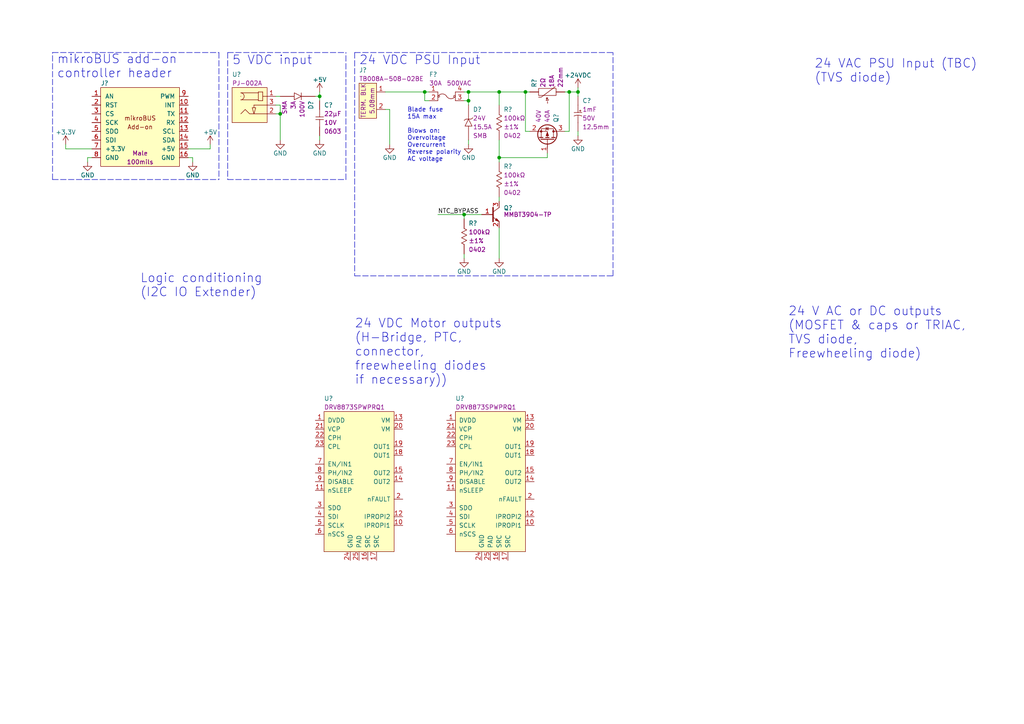
<source format=kicad_sch>
(kicad_sch (version 20211123) (generator eeschema)
  (paper "A4")
  (title_block (title "${title}") (date "${year}-${month}-${day}") (rev "${rev}") (company "${company}") (comment 1 "${author}"))
  (lib_symbols
    (symbol "connaxio-capacitors:CAP_AE_1MF_50V_TH_12.5MM" (pin_numbers hide) (pin_names (offset 1.016) hide)
      (property "Reference" "C" (at 1.27 3.81 0))
      (property "Property" "1mF" (at 1.27 1.27 0))
      (property "Package" "12.5mm" (at 1.27 -3.81 0))
      (property "Voltage" "50V" (at 1.27 -1.27 0))
      (symbol "CAP_AE_1MF_50V_TH_12.5MM_0_1"
        (polyline (pts (xy -1.143 0.381) (xy 1.143 0.381)))
        (polyline (pts (xy 0 -2.54) (xy 0 -0.381)))
        (polyline (pts (xy 0 2.54) (xy 0 0.381)))
        (polyline (pts (xy 0.381 0.889) (xy 0.889 0.889)))
        (polyline (pts (xy 0.635 0.635) (xy 0.635 1.143)))
        (arc (start 1.143 -0.635) (mid 0 -0.378) (end -1.143 -0.635))
      )
      (symbol "CAP_AE_1MF_50V_TH_12.5MM_1_0"
        (pin passive line (at 0 -5.08 90) (length 2.54) (name "2") (number "2"))
      )
      (symbol "CAP_AE_1MF_50V_TH_12.5MM_1_1"
        (pin passive line (at 0 5.08 270) (length 2.54) (name "1") (number "1"))
      )
    )
    (symbol "connaxio-capacitors:CAP_CER_22UF_10V_0603" (pin_numbers hide) (pin_names (offset 1.016) hide)
      (property "Reference" "C" (at 1.27 3.81 0))
      (property "Property" "22µF" (at 1.27 1.27 0))
      (property "Package" "0603" (at 1.27 -3.81 0))
      (property "Voltage" "10V" (at 1.27 -1.27 0))
      (symbol "CAP_CER_22UF_10V_0603_0_1"
        (polyline (pts (xy -1.143 0.381) (xy 1.143 0.381)))
        (polyline (pts (xy 0 -2.54) (xy 0 -0.381)))
        (polyline (pts (xy 0 2.54) (xy 0 0.381)))
        (polyline (pts (xy 1.143 -0.381) (xy -1.143 -0.381)))
      )
      (symbol "CAP_CER_22UF_10V_0603_1_0"
        (pin passive line (at 0 -5.08 90) (length 2.54) (name "2") (number "2"))
      )
      (symbol "CAP_CER_22UF_10V_0603_1_1"
        (pin passive line (at 0 5.08 270) (length 2.54) (name "1") (number "1"))
      )
    )
    (symbol "connaxio-connectors:CON_BARREL_2.1X5.5_PJ-002A" (pin_names (offset 1.016) hide)
      (property "Reference" "U" (at 0 3.81 0))
      (property "Manufacturer Part Number" "PJ-002A" (at 0 1.27 0))
      (symbol "CON_BARREL_2.1X5.5_PJ-002A_0_1"
        (polyline (pts (xy 6.35 -5.08) (xy 6.35 -5.842)))
        (polyline (pts (xy 7.62 -3.556) (xy 2.54 -3.556)))
        (polyline (pts (xy 7.62 -1.524) (xy 2.54 -1.524)))
        (polyline (pts (xy 7.62 -1.27) (xy 7.62 -3.81)))
        (polyline (pts (xy 7.62 -1.27) (xy 8.89 -1.27)))
        (polyline (pts (xy 8.89 -3.81) (xy 7.62 -3.81)))
        (polyline (pts (xy 8.89 -1.27) (xy 8.89 -3.81)))
        (polyline (pts (xy 10.16 -5.08) (xy 6.35 -5.08)))
        (polyline (pts (xy 10.16 -2.54) (xy 8.89 -2.54)))
        (polyline (pts (xy 5.842 -5.842) (xy 6.35 -7.62) (xy 6.858 -5.842) (xy 5.842 -5.842)))
        (polyline (pts (xy 10.16 -7.62) (xy 5.08 -7.62) (xy 3.81 -6.35) (xy 2.54 -7.62)))
        (rectangle (start 0 0) (end 10.16 -10.16) (fill (type background)))
        (arc (start 2.54 -3.556) (mid 3.6021 -2.54) (end 2.54 -1.524))
        (arc (start 2.54 -2.54) (mid 2.54 -2.54) (end 2.54 -2.54))
        (arc (start 2.54 -2.54) (mid 2.54 -2.54) (end 2.54 -2.54))
      )
      (symbol "CON_BARREL_2.1X5.5_PJ-002A_1_1"
        (pin power_out line (at 12.7 -2.54 180) (length 2.54) (name "1") (number "1"))
        (pin power_out line (at 12.7 -7.62 180) (length 2.54) (name "2") (number "2"))
        (pin power_out line (at 12.7 -5.08 180) (length 2.54) (name "3") (number "3"))
      )
    )
    (symbol "connaxio-connectors:CON_HDR_MIKROBUS_ADDON_TH" (pin_names (offset 1.27))
      (property "Reference" "J" (at 0 1.27 0))
      (property "Property" "100mils" (at 11.43 -21.59 0))
      (property "Note" "Male" (at 11.43 -19.05 0))
      (symbol "CON_HDR_MIKROBUS_ADDON_TH_0_0"
        (text "Add-on" (at 11.43 -11.43 0) (effects (font (size 1.27 1.27))))
        (text "mikroBUS" (at 11.43 -8.89 0) (effects (font (size 1.27 1.27))))
      )
      (symbol "CON_HDR_MIKROBUS_ADDON_TH_0_1"
        (rectangle (start 0 0) (end 22.86 -22.86) (fill (type background)))
      )
      (symbol "CON_HDR_MIKROBUS_ADDON_TH_1_1"
        (pin passive line (at -2.54 -2.54 0) (length 2.54) (name "AN") (number "1"))
        (pin passive line (at 25.4 -5.08 180) (length 2.54) (name "INT") (number "10"))
        (pin passive line (at 25.4 -7.62 180) (length 2.54) (name "TX") (number "11"))
        (pin passive line (at 25.4 -10.16 180) (length 2.54) (name "RX") (number "12"))
        (pin passive line (at 25.4 -12.7 180) (length 2.54) (name "SCL") (number "13"))
        (pin passive line (at 25.4 -15.24 180) (length 2.54) (name "SDA") (number "14"))
        (pin passive line (at 25.4 -17.78 180) (length 2.54) (name "+5V") (number "15"))
        (pin passive line (at 25.4 -20.32 180) (length 2.54) (name "GND") (number "16"))
        (pin passive line (at -2.54 -5.08 0) (length 2.54) (name "RST") (number "2"))
        (pin passive line (at -2.54 -7.62 0) (length 2.54) (name "CS") (number "3"))
        (pin passive line (at -2.54 -10.16 0) (length 2.54) (name "SCK") (number "4"))
        (pin passive line (at -2.54 -12.7 0) (length 2.54) (name "SDO") (number "5"))
        (pin passive line (at -2.54 -15.24 0) (length 2.54) (name "SDI") (number "6"))
        (pin passive line (at -2.54 -17.78 0) (length 2.54) (name "+3.3V") (number "7"))
        (pin passive line (at -2.54 -20.32 0) (length 2.54) (name "GND") (number "8"))
        (pin passive line (at 25.4 -2.54 180) (length 2.54) (name "PWM") (number "9"))
      )
    )
    (symbol "connaxio-connectors:CON_TERM_BLK_1X2_TB008A-508-02BE" (pin_names (offset 1.27) hide)
      (property "Reference" "J" (at 0 3.81 0))
      (property "Manufacturer Part Number" "TB008A-508-02BE" (at 0 1.27 0))
      (property "Note" "TERM. BLK" (at 1.27 -5.08 90))
      (property "Property" "5.08mm" (at 3.81 -5.08 90))
      (symbol "CON_TERM_BLK_1X2_TB008A-508-02BE_0_1"
        (rectangle (start 0 0) (end 5.08 -10.16) (fill (type background)))
      )
      (symbol "CON_TERM_BLK_1X2_TB008A-508-02BE_1_1"
        (pin passive line (at 7.62 -2.54 180) (length 2.54) (name "1") (number "1"))
        (pin passive line (at 7.62 -7.62 180) (length 2.54) (name "2") (number "2"))
      )
    )
    (symbol "connaxio-connectors:FUS_BLADE_3522" (pin_names (offset 1.27) hide)
      (property "Reference" "F" (at -5.08 6.35 0))
      (property "Current" "30A" (at -5.08 3.81 0))
      (property "Voltage" "500VAC" (at 0 3.81 0))
      (symbol "FUS_BLADE_3522_0_1"
        (circle (center -2.286 0) (radius 0.254))
        (arc (start 0 0) (mid -1.0805 0.6891) (end -2.286 0.254))
        (polyline (pts (xy -2.54 1.27) (xy -2.54 -1.27)))
        (polyline (pts (xy 2.54 1.27) (xy 2.54 -1.27)))
        (arc (start 0 0) (mid 1.0803 -0.6915) (end 2.286 -0.254))
        (circle (center 2.286 0) (radius 0.254))
      )
      (symbol "FUS_BLADE_3522_1_1"
        (pin passive line (at -5.08 1.27 0) (length 2.54) (name "1") (number "1"))
        (pin passive line (at -5.08 -1.27 0) (length 2.54) (name "2") (number "2"))
        (pin passive line (at 5.08 -1.27 180) (length 2.54) (name "3") (number "3"))
        (pin passive line (at 5.08 1.27 180) (length 2.54) (name "4") (number "4"))
      )
    )
    (symbol "connaxio-diodes:DIO_SBD_100V_3A_SMA" (pin_numbers hide) (pin_names (offset 1.016) hide)
      (property "Reference" "D" (at 1.27 3.81 0))
      (property "Current" "3A" (at 1.27 -1.27 0))
      (property "Package" "SMA" (at 1.27 -3.81 0))
      (property "Voltage" "100V" (at 1.27 1.27 0))
      (symbol "DIO_SBD_100V_3A_SMA_0_1"
        (polyline (pts (xy 1.016 1.016) (xy -1.016 1.016)))
        (polyline (pts (xy 0 1.016) (xy -1.016 -1.016) (xy 1.016 -1.016) (xy 0 1.016)))
      )
      (symbol "DIO_SBD_100V_3A_SMA_1_1"
        (pin passive line (at 0 5.08 270) (length 4.064) (name "K") (number "1"))
        (pin passive line (at 0 -5.08 90) (length 4.064) (name "A") (number "2"))
      )
    )
    (symbol "connaxio-diodes:DIO_TVS_24V_UNI_SMB" (pin_numbers hide) (pin_names (offset 1.016) hide)
      (property "Reference" "D" (at 1.27 3.81 0))
      (property "Current" "15.5A" (at 1.27 -1.27 0))
      (property "Package" "SMB" (at 1.27 -3.81 0))
      (property "Voltage" "24V" (at 1.27 1.27 0))
      (symbol "DIO_TVS_24V_UNI_SMB_0_1"
        (polyline (pts (xy 0 1.016) (xy -1.016 -1.016) (xy 1.016 -1.016) (xy 0 1.016)))
        (polyline (pts (xy 1.27 1.397) (xy 0.762 1.016) (xy -0.762 1.016) (xy -1.27 0.635)))
      )
      (symbol "DIO_TVS_24V_UNI_SMB_1_1"
        (pin passive line (at 0 5.08 270) (length 4.064) (name "K") (number "1"))
        (pin passive line (at 0 -5.08 90) (length 4.064) (name "A") (number "2"))
      )
    )
    (symbol "connaxio-ic:DRV_DRV8873SPWPRQ1" (pin_names (offset 1.016))
      (property "Reference" "U" (at 0 3.81 0))
      (property "Manufacturer Part Number" "DRV8873SPWPRQ1" (at 0 1.27 0))
      (symbol "DRV_DRV8873SPWPRQ1_0_1"
        (rectangle (start 0 0) (end 20.32 -40.64) (fill (type background)))
      )
      (symbol "DRV_DRV8873SPWPRQ1_1_1"
        (pin power_out line (at -2.54 -2.54 0) (length 2.54) (name "DVDD") (number "1"))
        (pin output line (at 22.86 -33.02 180) (length 2.54) (name "IPROPI1") (number "10"))
        (pin input line (at -2.54 -22.86 0) (length 2.54) (name "nSLEEP") (number "11"))
        (pin output line (at 22.86 -30.48 180) (length 2.54) (name "IPROPI2") (number "12"))
        (pin power_in line (at 22.86 -2.54 180) (length 2.54) (name "VM") (number "13"))
        (pin power_out line (at 22.86 -20.32 180) (length 2.54) (name "OUT2") (number "14"))
        (pin power_out line (at 22.86 -17.78 180) (length 2.54) (name "OUT2") (number "15"))
        (pin power_in line (at 12.7 -43.18 90) (length 2.54) (name "SRC") (number "16"))
        (pin power_in line (at 15.24 -43.18 90) (length 2.54) (name "SRC") (number "17"))
        (pin power_out line (at 22.86 -12.7 180) (length 2.54) (name "OUT1") (number "18"))
        (pin power_out line (at 22.86 -10.16 180) (length 2.54) (name "OUT1") (number "19"))
        (pin open_collector line (at 22.86 -25.4 180) (length 2.54) (name "nFAULT") (number "2"))
        (pin power_in line (at 22.86 -5.08 180) (length 2.54) (name "VM") (number "20"))
        (pin power_out line (at -2.54 -5.08 0) (length 2.54) (name "VCP") (number "21"))
        (pin power_out line (at -2.54 -7.62 0) (length 2.54) (name "CPH") (number "22"))
        (pin power_out line (at -2.54 -10.16 0) (length 2.54) (name "CPL") (number "23"))
        (pin power_in line (at 7.62 -43.18 90) (length 2.54) (name "GND") (number "24"))
        (pin power_in line (at 10.16 -43.18 90) (length 2.54) (name "PAD") (number "25"))
        (pin output line (at -2.54 -27.94 0) (length 2.54) (name "SDO") (number "3"))
        (pin input line (at -2.54 -30.48 0) (length 2.54) (name "SDI") (number "4"))
        (pin input line (at -2.54 -33.02 0) (length 2.54) (name "SCLK") (number "5"))
        (pin input line (at -2.54 -35.56 0) (length 2.54) (name "nSCS") (number "6"))
        (pin input line (at -2.54 -15.24 0) (length 2.54) (name "EN/IN1") (number "7"))
        (pin input line (at -2.54 -17.78 0) (length 2.54) (name "PH/IN2") (number "8"))
        (pin input line (at -2.54 -20.32 0) (length 2.54) (name "DISABLE") (number "9"))
      )
    )
    (symbol "connaxio-power:+24VDC" (power) (pin_names (offset 0))
      (property "Value" "+24VDC" (at 0 3.556 0))
      (symbol "+24VDC_0_1"
        (polyline (pts (xy -0.762 1.27) (xy 0 2.54)))
        (polyline (pts (xy 0 0) (xy 0 2.54)))
        (polyline (pts (xy 0 2.54) (xy 0.762 1.27)))
      )
      (symbol "+24VDC_1_1"
        (pin power_in line (at 0 0 90) (length 0) hide (name "+24VDC") (number "1"))
      )
    )
    (symbol "connaxio-resistors:NTC_SL22 2R018" (pin_numbers hide) (pin_names (offset 1.27) hide)
      (property "Reference" "R" (at 1.27 3.81 0))
      (property "Package" "22mm" (at 1.27 -3.81 0))
      (property "Property" "2Ω" (at 1.27 1.27 0))
      (property "Current" "18A" (at 1.27 -1.27 0))
      (symbol "NTC_SL22 2R018_0_0"
        (text "-t^{o}" (at -2.54 0 0) (effects (font (size 0.762 0.762))))
      )
      (symbol "NTC_SL22 2R018_0_1"
        (rectangle (start -1.016 2.54) (end 1.016 -2.54))
        (polyline (pts (xy 0 3.302) (xy 0 3.302)))
        (polyline (pts (xy 1.524 -2.286) (xy -1.524 1.778) (xy -1.524 2.54)))
      )
      (symbol "NTC_SL22 2R018_1_1"
        (pin passive line (at 0 5.08 270) (length 2.54) (name "1") (number "1"))
        (pin passive line (at 0 -5.08 90) (length 2.54) (name "2") (number "2"))
      )
    )
    (symbol "connaxio-resistors:RES_100KΩ_1%_0402" (pin_numbers hide) (pin_names (offset 1.27) hide)
      (property "Reference" "R" (at 1.27 3.81 0))
      (property "Package" "0402" (at 1.27 -3.81 0))
      (property "Property" "100kΩ" (at 1.27 1.27 0))
      (property "Tolerance" "±1%" (at 1.27 -1.27 0))
      (symbol "RES_100KΩ_1%_0402_0_1"
        (polyline (pts (xy 0 3.302) (xy 0 3.302)))
        (polyline (pts (xy 0 2.286) (xy 0.762 1.905) (xy -0.762 1.143) (xy 0.762 0.381) (xy -0.762 -0.381) (xy 0.762 -1.143) (xy -0.762 -1.905) (xy 0 -2.286)))
      )
      (symbol "RES_100KΩ_1%_0402_1_1"
        (pin passive line (at 0 5.08 270) (length 2.794) (name "1") (number "1"))
        (pin passive line (at 0 -5.08 90) (length 2.794) (name "2") (number "2"))
      )
    )
    (symbol "connaxio-transistors:TRX_NPN_MMBT3904-TP" (pin_names (offset 1.016) hide)
      (property "Reference" "Q" (at 2.54 1.905 0))
      (property "Manufacturer Part Number" "MMBT3904-TP" (at 2.54 0 0))
      (symbol "TRX_NPN_MMBT3904-TP_1_1"
        (polyline (pts (xy -0.508 2.032) (xy -0.508 -2.032)) (stroke (width 0.381)))
        (polyline (pts (xy 1.27 -2.032) (xy -0.508 -0.762)))
        (polyline (pts (xy 1.27 2.032) (xy -0.508 0.762)))
        (polyline (pts (xy 1.27 -2.032) (xy 0.508 -1.143) (xy 0.127 -1.651) (xy 1.27 -2.032)) (fill (type outline)))
        (pin input line (at -3.81 0 0) (length 3.302) (name "B") (number "1"))
        (pin input line (at 1.27 -3.81 90) (length 1.778) (name "E") (number "2"))
        (pin input line (at 1.27 3.81 270) (length 1.778) (name "C") (number "3"))
      )
    )
    (symbol "connaxio-transistors:TRX_PMOS_AOD4189" (pin_names (offset 1.016) hide)
      (property "Reference" "Q" (at 5.08 2.54 0))
      (property "Current" "40A" (at 5.08 0 0))
      (property "Voltage" "40V" (at 5.08 -2.54 0))
      (symbol "TRX_PMOS_AOD4189_1_1"
        (polyline (pts (xy 0.254 0) (xy -2.54 0)))
        (polyline (pts (xy 0.254 1.905) (xy 0.254 -1.905)) (stroke (width 0.254)))
        (polyline (pts (xy 0.762 -1.27) (xy 0.762 -2.286)) (stroke (width 0.254)))
        (polyline (pts (xy 0.762 0.508) (xy 0.762 -0.508)) (stroke (width 0.254)))
        (polyline (pts (xy 0.762 2.286) (xy 0.762 1.27)) (stroke (width 0.254)))
        (polyline (pts (xy 2.54 2.54) (xy 2.54 1.778)))
        (polyline (pts (xy 2.54 -2.54) (xy 2.54 0) (xy 0.762 0)))
        (polyline (pts (xy 0.762 1.778) (xy 3.302 1.778) (xy 3.302 -1.778) (xy 0.762 -1.778)))
        (polyline (pts (xy 2.286 0) (xy 1.27 0.381) (xy 1.27 -0.381) (xy 2.286 0)) (fill (type outline)))
        (polyline (pts (xy 2.794 -0.508) (xy 2.921 -0.381) (xy 3.683 -0.381) (xy 3.81 -0.254)))
        (polyline (pts (xy 3.302 -0.381) (xy 2.921 0.254) (xy 3.683 0.254) (xy 3.302 -0.381)))
        (circle (center 1.651 0) (radius 2.794) (stroke (width 0.254)))
        (circle (center 2.54 -1.778) (radius 0.254) (fill (type outline)))
        (circle (center 2.54 1.778) (radius 0.254) (fill (type outline)))
        (pin input line (at -3.81 0 0) (length 2.54) (name "G") (number "1"))
        (pin passive line (at 2.54 -5.08 90) (length 2.54) (name "S") (number "2"))
        (pin passive line (at 2.54 5.08 270) (length 2.54) (name "D") (number "3"))
      )
    )
    (symbol "power:+3.3V" (power) (pin_names (offset 0))
      (property "Value" "+3.3V" (at 0 3.556 0))
      (symbol "+3.3V_0_1"
        (polyline (pts (xy -0.762 1.27) (xy 0 2.54)))
        (polyline (pts (xy 0 0) (xy 0 2.54)))
        (polyline (pts (xy 0 2.54) (xy 0.762 1.27)))
      )
      (symbol "+3.3V_1_1"
        (pin power_in line (at 0 0 90) (length 0) hide (name "+3.3V") (number "1"))
      )
    )
    (symbol "power:+5V" (power) (pin_names (offset 0))
      (property "Value" "+5V" (at 0 3.556 0))
      (symbol "+5V_0_1"
        (polyline (pts (xy -0.762 1.27) (xy 0 2.54)))
        (polyline (pts (xy 0 0) (xy 0 2.54)))
        (polyline (pts (xy 0 2.54) (xy 0.762 1.27)))
      )
      (symbol "+5V_1_1"
        (pin power_in line (at 0 0 90) (length 0) hide (name "+5V") (number "1"))
      )
    )
    (symbol "power:GND" (power) (pin_names (offset 0))
      (property "Value" "GND" (at 0 -3.81 0))
      (symbol "GND_0_1"
        (polyline (pts (xy 0 0) (xy 0 -1.27) (xy 1.27 -1.27) (xy 0 -2.54) (xy -1.27 -1.27) (xy 0 -1.27)))
      )
      (symbol "GND_1_1"
        (pin power_in line (at 0 0 270) (length 0) hide (name "GND") (number "1"))
      )
    )
  )
  (junction (at 123.19 26.67))
  (junction (at 152.4 26.67))
  (junction (at 135.89 26.67))
  (junction (at 135.89 29.21))
  (junction (at 81.28 33.02))
  (junction (at 167.64 26.67))
  (junction (at 165.1 26.67))
  (junction (at 134.62 62.23))
  (junction (at 144.78 26.67))
  (junction (at 92.71 27.94))
  (junction (at 144.78 45.72))
  (wire (pts (xy 111.76 31.75) (xy 113.03 31.75)))
  (polyline (pts (xy 102.87 15.24) (xy 177.8 15.24)))
  (wire (pts (xy 81.28 30.48) (xy 81.28 33.02)))
  (wire (pts (xy 123.19 26.67) (xy 124.46 26.67)))
  (wire (pts (xy 163.83 26.67) (xy 165.1 26.67)))
  (wire (pts (xy 153.67 38.1) (xy 152.4 38.1)))
  (wire (pts (xy 144.78 26.67) (xy 144.78 30.48)))
  (wire (pts (xy 19.05 43.18) (xy 19.05 41.91)))
  (wire (pts (xy 54.61 45.72) (xy 55.88 45.72)))
  (wire (pts (xy 80.01 33.02) (xy 81.28 33.02)))
  (wire (pts (xy 165.1 26.67) (xy 167.64 26.67)))
  (wire (pts (xy 167.64 25.4) (xy 167.64 26.67)))
  (wire (pts (xy 135.89 40.64) (xy 135.89 41.91)))
  (polyline (pts (xy 15.24 52.07) (xy 15.24 15.24)))
  (wire (pts (xy 113.03 31.75) (xy 113.03 41.91)))
  (wire (pts (xy 92.71 27.94) (xy 92.71 29.21)))
  (wire (pts (xy 124.46 29.21) (xy 123.19 29.21)))
  (polyline (pts (xy 100.33 52.07) (xy 100.33 15.24)))
  (wire (pts (xy 158.75 45.72) (xy 144.78 45.72)))
  (wire (pts (xy 134.62 62.23) (xy 134.62 63.5)))
  (polyline (pts (xy 15.24 15.24) (xy 63.5 15.24)))
  (polyline (pts (xy 102.87 80.01) (xy 177.8 80.01)))
  (wire (pts (xy 163.83 38.1) (xy 165.1 38.1)))
  (wire (pts (xy 134.62 26.67) (xy 135.89 26.67)))
  (wire (pts (xy 26.67 43.18) (xy 19.05 43.18)))
  (wire (pts (xy 144.78 26.67) (xy 152.4 26.67)))
  (polyline (pts (xy 102.87 15.24) (xy 102.87 80.01)))
  (polyline (pts (xy 66.04 52.07) (xy 100.33 52.07)))
  (wire (pts (xy 92.71 39.37) (xy 92.71 40.64)))
  (wire (pts (xy 80.01 27.94) (xy 81.28 27.94)))
  (wire (pts (xy 55.88 45.72) (xy 55.88 46.99)))
  (wire (pts (xy 167.64 27.94) (xy 167.64 26.67)))
  (wire (pts (xy 167.64 38.1) (xy 167.64 39.37)))
  (wire (pts (xy 134.62 73.66) (xy 134.62 74.93)))
  (polyline (pts (xy 66.04 15.24) (xy 100.33 15.24)))
  (wire (pts (xy 135.89 29.21) (xy 135.89 30.48)))
  (wire (pts (xy 144.78 66.04) (xy 144.78 74.93)))
  (wire (pts (xy 123.19 29.21) (xy 123.19 26.67)))
  (wire (pts (xy 92.71 26.67) (xy 92.71 27.94)))
  (wire (pts (xy 165.1 26.67) (xy 165.1 38.1)))
  (wire (pts (xy 152.4 26.67) (xy 153.67 26.67)))
  (wire (pts (xy 111.76 26.67) (xy 123.19 26.67)))
  (wire (pts (xy 135.89 26.67) (xy 135.89 29.21)))
  (wire (pts (xy 144.78 45.72) (xy 144.78 46.99)))
  (wire (pts (xy 80.01 30.48) (xy 81.28 30.48)))
  (wire (pts (xy 152.4 26.67) (xy 152.4 38.1)))
  (polyline (pts (xy 63.5 15.24) (xy 63.5 52.07)))
  (wire (pts (xy 144.78 45.72) (xy 144.78 40.64)))
  (polyline (pts (xy 66.04 15.24) (xy 66.04 52.07)))
  (wire (pts (xy 81.28 33.02) (xy 81.28 40.64)))
  (polyline (pts (xy 15.24 52.07) (xy 63.5 52.07)))
  (polyline (pts (xy 177.8 80.01) (xy 177.8 15.24)))
  (wire (pts (xy 25.4 46.99) (xy 25.4 45.72)))
  (wire (pts (xy 54.61 43.18) (xy 60.96 43.18)))
  (wire (pts (xy 158.75 44.45) (xy 158.75 45.72)))
  (wire (pts (xy 25.4 45.72) (xy 26.67 45.72)))
  (wire (pts (xy 134.62 62.23) (xy 139.7 62.23)))
  (wire (pts (xy 134.62 29.21) (xy 135.89 29.21)))
  (wire (pts (xy 91.44 27.94) (xy 92.71 27.94)))
  (wire (pts (xy 135.89 26.67) (xy 144.78 26.67)))
  (wire (pts (xy 144.78 57.15) (xy 144.78 58.42)))
  (wire (pts (xy 127 62.23) (xy 134.62 62.23)))
  (wire (pts (xy 60.96 41.91) (xy 60.96 43.18)))
  (text "24 VAC PSU Input (TBC)\n(TVS diode)" (at 236.22 24.13 0) (effects (font (size 2.54 2.54)) (justify left bottom)))
  (text "24 VDC PSU Input" (at 104.14 19.05 0) (effects (font (size 2.54 2.54)) (justify left bottom)))
  (text "Blade fuse\n15A max\n\nBlows on:\nOvervoltage\nOvercurrent\nReverse polarity\nAC voltage" (at 118.11 46.99 0) (effects (font (size 1.27 1.27)) (justify left bottom)))
  (text "5 VDC input" (at 67.31 19.05 0) (effects (font (size 2.54 2.54)) (justify left bottom)))
  (text "Logic conditioning\n(I2C IO Extender)" (at 40.64 86.36 0) (effects (font (size 2.54 2.54)) (justify left bottom)))
  (text "mikroBUS add-on\ncontroller header" (at 16.51 22.86 0) (effects (font (size 2.54 2.54)) (justify left bottom)))
  (text "24 VDC Motor outputs\n(H-Bridge, PTC, \nconnector, \nfreewheeling diodes \nif necessary))" (at 102.87 111.76 0) (effects (font (size 2.54 2.54)) (justify left bottom)))
  (text "24 V AC or DC outputs\n(MOSFET & caps or TRIAC, \nTVS diode, \nFreewheeling diode)" (at 228.6 104.14 0) (effects (font (size 2.54 2.54)) (justify left bottom)))
  (label "NTC_BYPASS" (at 127 62.23 0))
  (symbol (lib_id "connaxio-resistors:RES_100KΩ_1%_0402") (at 134.62 68.58 0) (unit 1)
    (property "Reference" "R?" (at 135.89 64.77 0) (effects (justify left)))
    (property "Value" "RES_100KΩ_1%_0402" (effects hide))
    (property "Footprint" "connaxio-resistors:RES_0402_1005M" (effects hide))
    (property "Datasheet" "https://www.seielect.com/catalog/sei-rmcf_rmcp.pdf" (effects hide))
    (property "Manufacturer" "Stackpole Electronics Inc" (effects hide))
    (property "Manufacturer Part Number" "RMCF0402FT100K" (effects hide))
    (property "Package" "0402" (at 135.89 72.39 0) (effects (justify left)))
    (property "Polarized" "No" (effects hide))
    (property "Power" "1/16W" (effects hide))
    (property "Property" "100kΩ" (at 135.89 67.31 0) (effects (justify left)))
    (property "Temperature" "-55°C to +155°C" (effects hide))
    (property "Tolerance" "±1%" (at 135.89 69.85 0) (effects (justify left)))
    (property "Voltage" "50V" (effects hide))
  )
  (symbol (lib_id "connaxio-resistors:NTC_SL22 2R018") (at 158.75 26.67 90) (unit 1)
    (property "Reference" "R?" (at 154.94 25.4 0) (effects (justify left)))
    (property "Value" "NTC_SL22 2R018" (effects hide))
    (property "Footprint" "connaxio-resistors:RV_DISC_D22_W6_P7.8" (effects hide))
    (property "Datasheet" "https://www.ametherm.com/datasheetspdf/SL222R018.pdf" (effects hide))
    (property "Manufacturer" "Stackpole Electronics Inc" (effects hide))
    (property "Manufacturer Part Number" "SL22 2R018" (effects hide))
    (property "Package" "22mm" (at 162.56 25.4 0) (effects (justify left)))
    (property "Polarized" "No" (effects hide))
    (property "Power" "1/16W" (effects hide))
    (property "Property" "2Ω" (at 157.48 25.4 0) (effects (justify left)))
    (property "Temperature" "-55°C to +214°C" (effects hide))
    (property "Tolerance" "20%" (effects hide))
    (property "Voltage" "50V" (effects hide))
    (property "Current" "18A" (at 160.02 25.4 0) (effects (justify left)))
  )
  (symbol (lib_id "power:GND") (at 135.89 41.91 0) (unit 1)
    (property "Reference" "#PWR?" (effects hide))
    (property "Value" "GND" (at 135.89 45.72 0))
  )
  (symbol (lib_id "connaxio-resistors:RES_100KΩ_1%_0402") (at 144.78 52.07 0) (unit 1)
    (property "Reference" "R?" (at 146.05 48.26 0) (effects (justify left)))
    (property "Value" "RES_100KΩ_1%_0402" (effects hide))
    (property "Footprint" "connaxio-resistors:RES_0402_1005M" (effects hide))
    (property "Datasheet" "https://www.seielect.com/catalog/sei-rmcf_rmcp.pdf" (effects hide))
    (property "Manufacturer" "Stackpole Electronics Inc" (effects hide))
    (property "Manufacturer Part Number" "RMCF0402FT100K" (effects hide))
    (property "Package" "0402" (at 146.05 55.88 0) (effects (justify left)))
    (property "Polarized" "No" (effects hide))
    (property "Power" "1/16W" (effects hide))
    (property "Property" "100kΩ" (at 146.05 50.8 0) (effects (justify left)))
    (property "Temperature" "-55°C to +155°C" (effects hide))
    (property "Tolerance" "±1%" (at 146.05 53.34 0) (effects (justify left)))
    (property "Voltage" "50V" (effects hide))
  )
  (symbol (lib_id "power:GND") (at 167.64 39.37 0) (unit 1)
    (property "Reference" "#PWR?" (effects hide))
    (property "Value" "GND" (at 167.64 43.18 0))
  )
  (symbol (lib_id "connaxio-transistors:TRX_NPN_MMBT3904-TP") (at 143.51 62.23 0) (unit 1)
    (property "Reference" "Q?" (at 146.05 60.325 0) (effects (justify left)))
    (property "Value" "TRX_NPN_MMBT3904-TP" (effects hide))
    (property "Footprint" "connaxio-sop:SOT-23-3" (effects hide))
    (property "Datasheet" "https://www.mccsemi.com/pdf/Products/MMBT3904(SOT-23).pdf" (effects hide))
    (property "Current" "200mA" (effects hide))
    (property "Manufacturer" "Micro Commercial Co" (effects hide))
    (property "Manufacturer Part Number" "MMBT3904-TP" (at 146.05 62.23 0) (effects (justify left)))
    (property "Package" "SOT-23-3" (effects hide))
    (property "Polarized" "No" (effects hide))
    (property "Temperature" "-55°C to +150°C" (effects hide))
    (property "Voltage" "40V" (effects hide))
    (property "Property" "NPN" (effects hide))
  )
  (symbol (lib_id "power:GND") (at 144.78 74.93 0) (unit 1)
    (property "Reference" "#PWR?" (effects hide))
    (property "Value" "GND" (at 144.78 78.74 0))
  )
  (symbol (lib_id "connaxio-ic:DRV_DRV8873SPWPRQ1") (at 132.08 119.38 0) (unit 1)
    (property "Reference" "U?" (at 132.08 115.57 0) (effects (justify left)))
    (property "Value" "DRV_DRV8873SPWPRQ1" (effects hide))
    (property "Footprint" "connaxio-sop:TSSOP-24_4.4x7.8_P0.65_EP3.2x5.26" (effects hide))
    (property "Datasheet" "https://www.ti.com/lit/ds/symlink/drv8873-q1.pdf?HQS=dis-dk-null-digikeymode-dsf-pf-null-wwe&ts=1674166267327&ref_url=https%253A%252F%252Fwww.ti.com%252Fgeneral%252Fdocs%252Fsuppproductinfo.tsp%253FdistId%253D10%2526gotoUrl%253Dhttps%253A%252F%252Fwww.ti.com%252Flit%252Fgpn%252Fdrv8873-q1" (effects hide))
    (property "Current" "10A" (effects hide))
    (property "Manufacturer" "Texas Instruments" (effects hide))
    (property "Manufacturer Part Number" "DRV8873SPWPRQ1" (at 132.08 118.11 0) (effects (justify left)))
    (property "Package" "24-TSSOP-EP" (effects hide))
    (property "Polarized" "Yes" (effects hide))
    (property "RoHS" "Yes" (effects hide))
    (property "Temperature" "-40°C to +125°C" (effects hide))
    (property "Voltage" "38V" (effects hide))
  )
  (symbol (lib_id "power:+3.3V") (at 19.05 41.91 0) (unit 1)
    (property "Reference" "#PWR?" (effects hide))
    (property "Value" "+3.3V" (at 19.05 38.354 0))
  )
  (symbol (lib_id "power:+5V") (at 60.96 41.91 0) (unit 1)
    (property "Reference" "#PWR?" (effects hide))
    (property "Value" "+5V" (at 60.96 38.354 0))
  )
  (symbol (lib_id "power:GND") (at 113.03 41.91 0) (unit 1)
    (property "Reference" "#PWR?" (effects hide))
    (property "Value" "GND" (at 113.03 45.72 0))
  )
  (symbol (lib_id "power:GND") (at 92.71 40.64 0) (unit 1)
    (property "Reference" "#PWR?" (effects hide))
    (property "Value" "GND" (at 92.71 44.45 0))
  )
  (symbol (lib_id "connaxio-connectors:CON_BARREL_2.1X5.5_PJ-002A") (at 67.31 25.4 0) (unit 1)
    (property "Reference" "U?" (at 67.31 21.59 0) (effects (justify left)))
    (property "Value" "CON_BARREL_2.1X5.5_PJ-002A" (effects hide))
    (property "Footprint" "connaxio-connectors:CON_BARREL_2.1X5.5_PJ-002A" (effects hide))
    (property "Datasheet" "https://www.cuidevices.com/product/resource/pj-002a.pdf" (effects hide))
    (property "Current" "2.5A" (effects hide))
    (property "Manufacturer" "CUI Devices" (effects hide))
    (property "Manufacturer Part Number" "PJ-002A" (at 67.31 24.13 0) (effects (justify left)))
    (property "Polarized" "Yes" (effects hide))
    (property "RoHS" "Yes" (effects hide))
    (property "Temperature" "-25°C ~ 85°C" (effects hide))
    (property "Voltage" "24V" (effects hide))
  )
  (symbol (lib_id "power:GND") (at 81.28 40.64 0) (unit 1)
    (property "Reference" "#PWR?" (effects hide))
    (property "Value" "GND" (at 81.28 44.45 0))
  )
  (symbol (lib_id "connaxio-resistors:RES_100KΩ_1%_0402") (at 144.78 35.56 0) (unit 1)
    (property "Reference" "R?" (at 146.05 31.75 0) (effects (justify left)))
    (property "Value" "RES_100KΩ_1%_0402" (effects hide))
    (property "Footprint" "connaxio-resistors:RES_0402_1005M" (effects hide))
    (property "Datasheet" "https://www.seielect.com/catalog/sei-rmcf_rmcp.pdf" (effects hide))
    (property "Manufacturer" "Stackpole Electronics Inc" (effects hide))
    (property "Manufacturer Part Number" "RMCF0402FT100K" (effects hide))
    (property "Package" "0402" (at 146.05 39.37 0) (effects (justify left)))
    (property "Polarized" "No" (effects hide))
    (property "Power" "1/16W" (effects hide))
    (property "Property" "100kΩ" (at 146.05 34.29 0) (effects (justify left)))
    (property "Temperature" "-55°C to +155°C" (effects hide))
    (property "Tolerance" "±1%" (at 146.05 36.83 0) (effects (justify left)))
    (property "Voltage" "50V" (effects hide))
  )
  (symbol (lib_id "connaxio-connectors:CON_HDR_MIKROBUS_ADDON_TH") (at 29.21 25.4 0) (unit 1)
    (property "Reference" "J?" (at 29.21 24.13 0) (effects (justify left)))
    (property "Value" "CON_HDR_MIKROBUS_ADDON_TH" (effects hide))
    (property "Footprint" "connaxio-connectors:CON_HDR_MIKROBUS_ADDON_TH" (effects hide))
    (property "Current" "3A" (effects hide))
    (property "Polarized" "No" (effects hide))
    (property "Temperature" "-40°C to +105°C" (effects hide))
    (property "Property" "100mils" (at 40.64 46.99 0))
    (property "Voltage" "350V" (effects hide))
    (property "Note" "Male" (at 40.64 44.45 0))
    (property "Package" "TH" (effects hide))
  )
  (symbol (lib_id "power:GND") (at 25.4 46.99 0) (unit 1)
    (property "Reference" "#PWR?" (effects hide))
    (property "Value" "GND" (at 25.4 50.8 0))
  )
  (symbol (lib_id "connaxio-power:+24VDC") (at 167.64 25.4 0) (unit 1)
    (property "Reference" "#PWR?" (effects hide))
    (property "Value" "+24VDC" (at 167.64 21.844 0))
  )
  (symbol (lib_id "connaxio-capacitors:CAP_AE_1MF_50V_TH_12.5MM") (at 167.64 33.02 0) (unit 1)
    (property "Reference" "C?" (at 168.91 29.21 0) (effects (justify left)))
    (property "Value" "CAP_AE_1MF_50V_TH_12.5MM" (effects hide))
    (property "Footprint" "connaxio-capacitors:CAPAE_RAD_D12.5_H26.5_P5" (effects hide))
    (property "Datasheet" "https://www.rubycon.co.jp/wp-content/uploads/catalog-aluminum/PK.pdf" (effects hide))
    (property "Property" "1mF" (at 168.91 31.75 0) (effects (justify left)))
    (property "Current" "1.3A at 120Hz" (effects hide))
    (property "Manufacturer" "Rubycon" (effects hide))
    (property "Manufacturer Part Number" "50PK1000MEFCCC12.5X25" (effects hide))
    (property "Package" "12.5mm" (at 168.91 36.83 0) (effects (justify left)))
    (property "Polarized" "Yes" (effects hide))
    (property "Temperature" "-40°C to +85°C" (effects hide))
    (property "Tolerance" "±20%" (effects hide))
    (property "Voltage" "50V" (at 168.91 34.29 0) (effects (justify left)))
  )
  (symbol (lib_id "connaxio-connectors:FUS_BLADE_3522") (at 129.54 27.94 0) (unit 1)
    (property "Reference" "F?" (at 124.46 21.59 0) (effects (justify left)))
    (property "Value" "FUS_BLADE_3522" (effects hide))
    (property "Footprint" "connaxio-connectors:FUS_BLADE_3522" (effects hide))
    (property "Datasheet" "https://www.keyelco.com/userAssets/file/M65p41.pdf" (effects hide))
    (property "Current" "30A" (at 124.46 24.13 0) (effects (justify left)))
    (property "Polarized" "No" (effects hide))
    (property "Voltage" "500VAC" (at 129.54 24.13 0) (effects (justify left)))
    (property "Note" "Female" (effects hide))
    (property "Package" "TH" (effects hide))
  )
  (symbol (lib_id "connaxio-diodes:DIO_SBD_100V_3A_SMA") (at 86.36 27.94 270) (unit 1)
    (property "Reference" "D?" (at 90.17 29.21 0) (effects (justify left)))
    (property "Value" "DIO_SBD_100V_3A_SMA" (effects hide))
    (property "Footprint" "connaxio-diodes:DO-214AC_SMA" (effects hide))
    (property "Datasheet" "https://www.mccsemi.com/pdf/Products/SL34A-SL310A(DO-214AC).pdf" (effects hide))
    (property "Current" "3A" (at 85.09 29.21 0) (effects (justify left)))
    (property "Manufacturer" "Micro Commercial Co" (effects hide))
    (property "Manufacturer Part Number" "SL310A-TP" (effects hide))
    (property "Package" "SMA" (at 82.55 29.21 0) (effects (justify left)))
    (property "Temperature" "-55°C to +150°C" (effects hide))
    (property "Tolerance" "60A" (effects hide))
    (property "Polarized" "Yes" (effects hide))
    (property "Voltage" "100V" (at 87.63 29.21 0) (effects (justify left)))
  )
  (symbol (lib_id "connaxio-capacitors:CAP_CER_22UF_10V_0603") (at 92.71 34.29 0) (unit 1)
    (property "Reference" "C?" (at 93.98 30.48 0) (effects (justify left)))
    (property "Value" "CAP_CER_22UF_10V_0603" (effects hide))
    (property "Footprint" "connaxio-capacitors:CAP_CER_0603_1608M" (effects hide))
    (property "Datasheet" "https://media.digikey.com/pdf/Data%20Sheets/Samsung%20PDFs/CL10A226MP8NUNC_Spec.pdf" (effects hide))
    (property "Property" "22µF" (at 93.98 33.02 0) (effects (justify left)))
    (property "Manufacturer" "Samsung Electro-Mechanics" (effects hide))
    (property "Manufacturer Part Number" "CL10A226MP8NUNE" (effects hide))
    (property "Package" "0603" (at 93.98 38.1 0) (effects (justify left)))
    (property "Polarized" "No" (effects hide))
    (property "Temperature" "-55°C to +85°C" (effects hide))
    (property "Tolerance" "±20%" (effects hide))
    (property "Voltage" "10V" (at 93.98 35.56 0) (effects (justify left)))
  )
  (symbol (lib_id "connaxio-diodes:DIO_TVS_24V_UNI_SMB") (at 135.89 35.56 0) (unit 1)
    (property "Reference" "D?" (at 137.16 31.75 0) (effects (justify left)))
    (property "Value" "DIO_TVS_24V_UNI_SMB" (effects hide))
    (property "Footprint" "connaxio-diodes:DO-124AA_SMB" (effects hide))
    (property "Datasheet" "https://www.littelfuse.com/~/media/electronics/datasheets/tvs_diodes/littelfuse_tvs_diode_smbj_datasheet.pdf.pdf" (effects hide))
    (property "Current" "15.5A" (at 137.16 36.83 0) (effects (justify left)))
    (property "Manufacturer" "Littelfuse Inc." (effects hide))
    (property "Manufacturer Part Number" "SMBJ24A" (effects hide))
    (property "Package" "SMB" (at 137.16 39.37 0) (effects (justify left)))
    (property "Temperature" "-65°C to +150°C" (effects hide))
    (property "Polarized" "Yes" (effects hide))
    (property "Voltage" "24V" (at 137.16 34.29 0) (effects (justify left)))
  )
  (symbol (lib_id "connaxio-transistors:TRX_PMOS_AOD4189") (at 158.75 40.64 270) (mirror x) (unit 1)
    (property "Reference" "Q?" (at 161.29 35.56 0) (effects (justify left)))
    (property "Value" "TRX_PMOS_AOD4189" (effects hide))
    (property "Footprint" "connaxio-sop:TO-252-3" (effects hide))
    (property "Datasheet" "http://www.aosmd.com/res/data_sheets/AOD4189.pdf" (effects hide))
    (property "Current" "40A" (at 158.75 35.56 0) (effects (justify left)))
    (property "Manufacturer" "Alpha & Omega Semiconductor Inc." (effects hide))
    (property "Manufacturer Part Number" "AOD4189" (effects hide))
    (property "Package" "TO-252-3" (effects hide))
    (property "Polarized" "Yes" (effects hide))
    (property "Temperature" "-55°C to +175°C" (effects hide))
    (property "Voltage" "40V" (at 156.21 35.56 0) (effects (justify left)))
    (property "Property" "PMOS" (effects hide))
  )
  (symbol (lib_id "power:+5V") (at 92.71 26.67 0) (unit 1)
    (property "Reference" "#PWR?" (effects hide))
    (property "Value" "+5V" (at 92.71 23.114 0))
  )
  (symbol (lib_id "power:GND") (at 134.62 74.93 0) (unit 1)
    (property "Reference" "#PWR?" (effects hide))
    (property "Value" "GND" (at 134.62 78.74 0))
  )
  (symbol (lib_id "power:GND") (at 55.88 46.99 0) (unit 1)
    (property "Reference" "#PWR?" (effects hide))
    (property "Value" "GND" (at 55.88 50.8 0))
  )
  (symbol (lib_id "connaxio-connectors:CON_TERM_BLK_1X2_TB008A-508-02BE") (at 104.14 24.13 0) (unit 1)
    (property "Reference" "J?" (at 104.14 20.32 0) (effects (justify left)))
    (property "Value" "CON_TERM_BLK_1X2_TB008A-508-02BE" (effects hide))
    (property "Footprint" "connaxio-connectors:CON_TERM_BLK_1X2_TB008A-508-02BE" (effects hide))
    (property "Datasheet" "https://www.cuidevices.com/product/resource/tb008a-508.pdf" (effects hide))
    (property "Current" "16A" (effects hide))
    (property "Manufacturer" "CUI Devices" (effects hide))
    (property "Manufacturer Part Number" "TB008A-508-02BE" (at 104.14 22.86 0) (effects (justify left)))
    (property "Note" "TERM. BLK" (at 105.41 29.21 90))
    (property "Package" "TH" (effects hide))
    (property "Polarized" "No" (effects hide))
    (property "Property" "5.08mm" (at 107.95 29.21 90))
    (property "Temperature" "-40°C to +105°C" (effects hide))
    (property "Voltage" "300V" (effects hide))
  )
  (symbol (lib_id "connaxio-ic:DRV_DRV8873SPWPRQ1") (at 93.98 119.38 0) (unit 1)
    (property "Reference" "U?" (at 93.98 115.57 0) (effects (justify left)))
    (property "Value" "DRV_DRV8873SPWPRQ1" (effects hide))
    (property "Footprint" "connaxio-sop:TSSOP-24_4.4x7.8_P0.65_EP3.2x5.26" (effects hide))
    (property "Datasheet" "https://www.ti.com/lit/ds/symlink/drv8873-q1.pdf?HQS=dis-dk-null-digikeymode-dsf-pf-null-wwe&ts=1674166267327&ref_url=https%253A%252F%252Fwww.ti.com%252Fgeneral%252Fdocs%252Fsuppproductinfo.tsp%253FdistId%253D10%2526gotoUrl%253Dhttps%253A%252F%252Fwww.ti.com%252Flit%252Fgpn%252Fdrv8873-q1" (effects hide))
    (property "Current" "10A" (effects hide))
    (property "Manufacturer" "Texas Instruments" (effects hide))
    (property "Manufacturer Part Number" "DRV8873SPWPRQ1" (at 93.98 118.11 0) (effects (justify left)))
    (property "Package" "24-TSSOP-EP" (effects hide))
    (property "Polarized" "Yes" (effects hide))
    (property "RoHS" "Yes" (effects hide))
    (property "Temperature" "-40°C to +125°C" (effects hide))
    (property "Voltage" "38V" (effects hide))
  )
)
</source>
